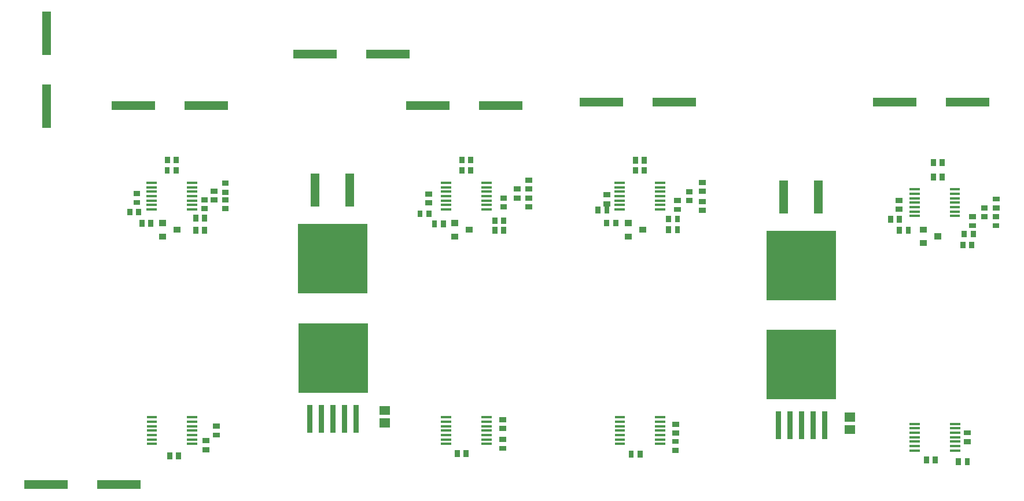
<source format=gbr>
G04 start of page 13 for group -4015 idx -4015 *
G04 Title: (unknown), toppaste *
G04 Creator: pcb 20110918 *
G04 CreationDate: Mon May 14 21:02:36 2012 UTC *
G04 For: mldelibero *
G04 Format: Gerber/RS-274X *
G04 PCB-Dimensions: 2000000 2000000 *
G04 PCB-Coordinate-Origin: lower left *
%MOIN*%
%FSLAX25Y25*%
%LNTOPPASTE*%
%ADD112R,0.0300X0.0300*%
%ADD111C,0.0001*%
%ADD110R,0.0512X0.0512*%
%ADD109R,0.0340X0.0340*%
%ADD108R,0.0295X0.0295*%
%ADD107R,0.0130X0.0130*%
%ADD106R,0.0500X0.0500*%
G54D106*X114400Y1639100D02*X134400D01*
X156400D02*X176400D01*
G54D107*X182883Y1813077D02*X187489D01*
X182883Y1810518D02*X187489D01*
X182883Y1807959D02*X187489D01*
X182883Y1805400D02*X187489D01*
X182883Y1802841D02*X187489D01*
X182883Y1800282D02*X187489D01*
X182883Y1797723D02*X187489D01*
X206111D02*X210717D01*
X206111Y1800282D02*X210717D01*
X206111Y1802841D02*X210717D01*
X206111Y1805400D02*X210717D01*
X206111Y1807959D02*X210717D01*
X206111Y1810518D02*X210717D01*
X206111Y1813077D02*X210717D01*
G54D108*X215759Y1786192D02*Y1785208D01*
X210641Y1786192D02*Y1785208D01*
X220708Y1808318D02*X221692D01*
X220708Y1803200D02*X221692D01*
G54D107*X206311Y1662623D02*X210917D01*
X206311Y1665182D02*X210917D01*
X206311Y1667741D02*X210917D01*
X206311Y1670300D02*X210917D01*
X206311Y1672859D02*X210917D01*
X206311Y1675418D02*X210917D01*
X206311Y1677977D02*X210917D01*
X183083D02*X187689D01*
X183083Y1675418D02*X187689D01*
X183083Y1672859D02*X187689D01*
X183083Y1670300D02*X187689D01*
X183083Y1667741D02*X187689D01*
X183083Y1665182D02*X187689D01*
X183083Y1662623D02*X187689D01*
G54D108*X184759Y1790192D02*Y1789208D01*
X179641Y1790192D02*Y1789208D01*
X177759Y1796692D02*Y1795708D01*
X172641Y1796692D02*Y1795708D01*
X215700Y1793192D02*Y1792208D01*
X210582Y1793192D02*Y1792208D01*
X215208Y1803259D02*X216192D01*
X215208Y1798141D02*X216192D01*
G54D109*X191200Y1789900D02*X191800D01*
X191200Y1782100D02*X191800D01*
X199400Y1786000D02*X200000D01*
G54D108*X195641Y1656192D02*Y1655208D01*
X200759Y1656192D02*Y1655208D01*
X227208Y1807641D02*X228192D01*
X227208Y1812759D02*X228192D01*
X227208Y1803259D02*X228192D01*
X227208Y1798141D02*X228192D01*
G54D106*X206700Y1857700D02*X226700D01*
X164700D02*X184700D01*
G54D108*X176208Y1806818D02*X177192D01*
X176208Y1801700D02*X177192D01*
X222108Y1672859D02*X223092D01*
X222108Y1667741D02*X223092D01*
X216108Y1659341D02*X217092D01*
X216108Y1664459D02*X217092D01*
X344959Y1795692D02*Y1794708D01*
X339841Y1795692D02*Y1794708D01*
G54D109*X359700Y1789900D02*X360300D01*
X359700Y1782100D02*X360300D01*
X367900Y1786000D02*X368500D01*
G54D107*X352583Y1813077D02*X357189D01*
X352583Y1810518D02*X357189D01*
X352583Y1807959D02*X357189D01*
X352583Y1805400D02*X357189D01*
X352583Y1802841D02*X357189D01*
X352583Y1800282D02*X357189D01*
X352583Y1797723D02*X357189D01*
X375811D02*X380417D01*
X375811Y1800282D02*X380417D01*
X375811Y1802841D02*X380417D01*
X375811Y1805400D02*X380417D01*
X375811Y1807959D02*X380417D01*
X375811Y1810518D02*X380417D01*
X375811Y1813077D02*X380417D01*
X375811Y1662623D02*X380417D01*
X375811Y1665182D02*X380417D01*
X375811Y1667741D02*X380417D01*
X375811Y1670300D02*X380417D01*
X375811Y1672859D02*X380417D01*
X375811Y1675418D02*X380417D01*
X375811Y1677977D02*X380417D01*
X352583D02*X357189D01*
X352583Y1675418D02*X357189D01*
X352583Y1672859D02*X357189D01*
X352583Y1670300D02*X357189D01*
X352583Y1667741D02*X357189D01*
X352583Y1665182D02*X357189D01*
X352583Y1662623D02*X357189D01*
G54D106*X376500Y1857700D02*X396500D01*
X334500D02*X354500D01*
G54D108*X388059Y1786092D02*Y1785108D01*
X382941Y1786092D02*Y1785108D01*
X353318Y1789992D02*Y1789008D01*
X348200Y1789992D02*Y1789008D01*
X344308Y1806659D02*X345292D01*
X344308Y1801541D02*X345292D01*
X387508Y1804218D02*X388492D01*
X387508Y1799100D02*X388492D01*
X395308Y1809418D02*X396292D01*
X395308Y1804300D02*X396292D01*
X401908Y1804318D02*X402892D01*
X401908Y1799200D02*X402892D01*
X361341Y1657492D02*Y1656508D01*
X366459Y1657492D02*Y1656508D01*
X401908Y1809441D02*X402892D01*
X401908Y1814559D02*X402892D01*
X387108Y1676559D02*X388092D01*
X387108Y1671441D02*X388092D01*
X387108Y1660041D02*X388092D01*
X387108Y1665159D02*X388092D01*
G54D110*X319107Y1681843D02*X319893D01*
X319107Y1674757D02*X319893D01*
G54D111*G36*
X269500Y1789300D02*Y1749300D01*
X309500D01*
Y1789300D01*
X269500D01*
G37*
G54D106*X299500Y1815800D02*Y1801800D01*
X279500Y1815800D02*Y1801800D01*
G54D111*G36*
X269700Y1732100D02*Y1692100D01*
X309700D01*
Y1732100D01*
X269700D01*
G37*
G54D112*X289700Y1683600D02*Y1670600D01*
X283000Y1683600D02*Y1670600D01*
X276300Y1683600D02*Y1670600D01*
X296400Y1683600D02*Y1670600D01*
X303100Y1683600D02*Y1670600D01*
G54D108*X461500Y1657292D02*Y1656308D01*
X466618Y1657292D02*Y1656308D01*
X469059Y1820692D02*Y1819708D01*
X463941Y1820692D02*Y1819708D01*
G54D106*X476400Y1859500D02*X496400D01*
X434400D02*X454400D01*
G54D108*X469018Y1826592D02*Y1825608D01*
X463900Y1826592D02*Y1825608D01*
G54D107*X452583Y1813077D02*X457189D01*
X452583Y1810518D02*X457189D01*
X452583Y1807959D02*X457189D01*
X452583Y1805400D02*X457189D01*
X452583Y1802841D02*X457189D01*
X452583Y1800282D02*X457189D01*
X452583Y1797723D02*X457189D01*
X475811D02*X480417D01*
X475811Y1800282D02*X480417D01*
X475811Y1802841D02*X480417D01*
X475811Y1805400D02*X480417D01*
X475811Y1807959D02*X480417D01*
X475811Y1810518D02*X480417D01*
X475811Y1813077D02*X480417D01*
G54D108*X452600Y1790392D02*Y1789408D01*
X447482Y1790392D02*Y1789408D01*
X488159Y1786592D02*Y1785608D01*
X483041Y1786592D02*Y1785608D01*
X488159Y1792692D02*Y1791708D01*
X483041Y1792692D02*Y1791708D01*
X447008Y1806118D02*X447992D01*
X447008Y1801000D02*X447992D01*
X494508Y1807918D02*X495492D01*
X494508Y1802800D02*X495492D01*
X447500Y1797992D02*Y1797008D01*
X442382Y1797992D02*Y1797008D01*
G54D109*X459700Y1789900D02*X460300D01*
X459700Y1782100D02*X460300D01*
X467900Y1786000D02*X468500D01*
G54D108*X487608Y1802818D02*X488592D01*
X487608Y1797700D02*X488592D01*
X388018Y1791692D02*Y1790708D01*
X382900Y1791692D02*Y1790708D01*
X501908Y1802318D02*X502892D01*
X501908Y1797200D02*X502892D01*
X501908Y1808200D02*X502892D01*
X501908Y1813318D02*X502892D01*
G54D107*X475911Y1662623D02*X480517D01*
X475911Y1665182D02*X480517D01*
X475911Y1667741D02*X480517D01*
X475911Y1670300D02*X480517D01*
X475911Y1672859D02*X480517D01*
X475911Y1675418D02*X480517D01*
X475911Y1677977D02*X480517D01*
X452683D02*X457289D01*
X452683Y1675418D02*X457289D01*
X452683Y1672859D02*X457289D01*
X452683Y1670300D02*X457289D01*
X452683Y1667741D02*X457289D01*
X452683Y1665182D02*X457289D01*
X452683Y1662623D02*X457289D01*
G54D108*X486608Y1673959D02*X487592D01*
X486608Y1668841D02*X487592D01*
X486508Y1658941D02*X487492D01*
X486508Y1664059D02*X487492D01*
X369100Y1826692D02*Y1825708D01*
X363982Y1826692D02*Y1825708D01*
X369000Y1820692D02*Y1819708D01*
X363882Y1820692D02*Y1819708D01*
X199359Y1826692D02*Y1825708D01*
X194241Y1826692D02*Y1825708D01*
X199300Y1820692D02*Y1819708D01*
X194182Y1820692D02*Y1819708D01*
G54D111*G36*
X539600Y1728300D02*Y1688300D01*
X579600D01*
Y1728300D01*
X539600D01*
G37*
G54D112*X559600Y1679800D02*Y1666800D01*
X552900Y1679800D02*Y1666800D01*
X546200Y1679800D02*Y1666800D01*
X566300Y1679800D02*Y1666800D01*
X573000Y1679800D02*Y1666800D01*
G54D111*G36*
X539400Y1785500D02*Y1745500D01*
X579400D01*
Y1785500D01*
X539400D01*
G37*
G54D106*X569400Y1812000D02*Y1798000D01*
X549400Y1812000D02*Y1798000D01*
G54D110*X587007Y1678043D02*X587793D01*
X587007Y1670957D02*X587793D01*
G54D108*X640718Y1816992D02*Y1816008D01*
X635600Y1816992D02*Y1816008D01*
G54D106*X645500Y1859600D02*X665500D01*
X603500D02*X623500D01*
G54D108*X640759Y1825192D02*Y1824208D01*
X635641Y1825192D02*Y1824208D01*
G54D109*X629600Y1786100D02*X630200D01*
X629600Y1778300D02*X630200D01*
X637800Y1782200D02*X638400D01*
G54D107*X645811Y1658823D02*X650417D01*
X645811Y1661382D02*X650417D01*
X645811Y1663941D02*X650417D01*
X645811Y1666500D02*X650417D01*
X645811Y1669059D02*X650417D01*
X645811Y1671618D02*X650417D01*
X645811Y1674177D02*X650417D01*
X622583D02*X627189D01*
X622583Y1671618D02*X627189D01*
X622583Y1669059D02*X627189D01*
X622583Y1666500D02*X627189D01*
X622583Y1663941D02*X627189D01*
X622583Y1661382D02*X627189D01*
X622583Y1658823D02*X627189D01*
X622483Y1809277D02*X627089D01*
X622483Y1806718D02*X627089D01*
X622483Y1804159D02*X627089D01*
X622483Y1801600D02*X627089D01*
X622483Y1799041D02*X627089D01*
X622483Y1796482D02*X627089D01*
X622483Y1793923D02*X627089D01*
X645711D02*X650317D01*
X645711Y1796482D02*X650317D01*
X645711Y1799041D02*X650317D01*
X645711Y1801600D02*X650317D01*
X645711Y1804159D02*X650317D01*
X645711Y1806718D02*X650317D01*
X645711Y1809277D02*X650317D01*
G54D108*X631700Y1653892D02*Y1652908D01*
X636818Y1653892D02*Y1652908D01*
X654808Y1669059D02*X655792D01*
X654808Y1663941D02*X655792D01*
X650041Y1652792D02*Y1651808D01*
X655159Y1652792D02*Y1651808D01*
X621200Y1786092D02*Y1785108D01*
X616082Y1786092D02*Y1785108D01*
X657677Y1777733D02*Y1776749D01*
X652559Y1777733D02*Y1776749D01*
X658577Y1784033D02*Y1783049D01*
X653459Y1784033D02*Y1783049D01*
X664508Y1798618D02*X665492D01*
X664508Y1793500D02*X665492D01*
X615308Y1802918D02*X616292D01*
X615308Y1797800D02*X616292D01*
X657708Y1793500D02*X658692D01*
X657708Y1788382D02*X658692D01*
X671408Y1798600D02*X672392D01*
X671408Y1803718D02*X672392D01*
X671190Y1793500D02*X672174D01*
X671190Y1788382D02*X672174D01*
X616000Y1792592D02*Y1791608D01*
X610882Y1792592D02*Y1791608D01*
G54D106*X269400Y1887300D02*X289400D01*
X311400D02*X331400D01*
X124600Y1909200D02*Y1889200D01*
Y1867200D02*Y1847200D01*
M02*

</source>
